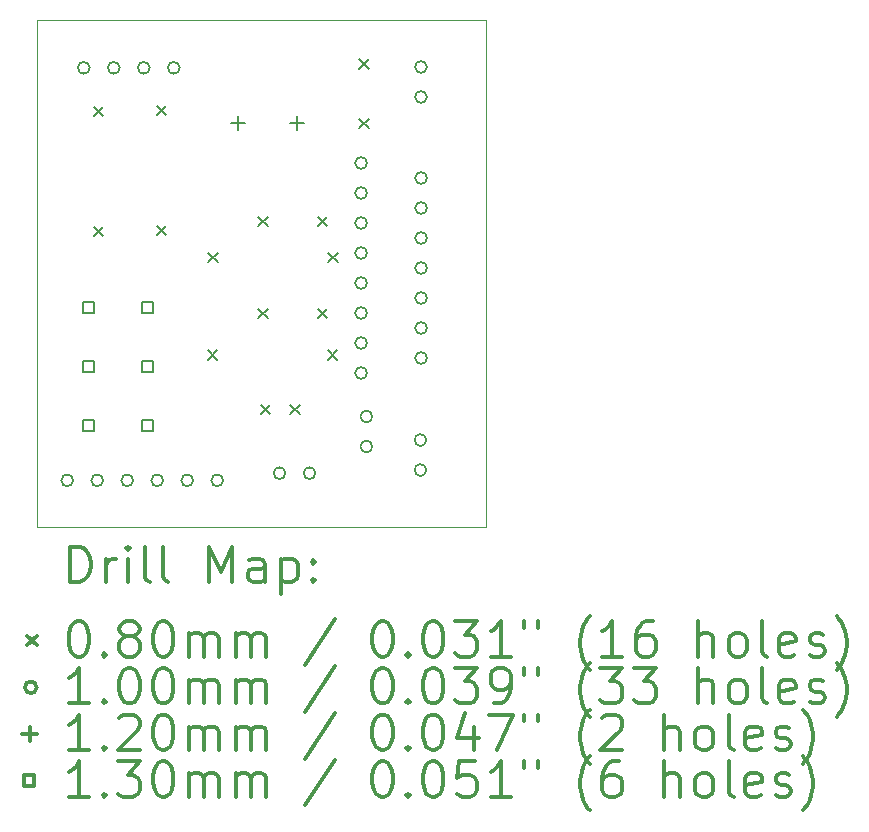
<source format=gbr>
%FSLAX45Y45*%
G04 Gerber Fmt 4.5, Leading zero omitted, Abs format (unit mm)*
G04 Created by KiCad (PCBNEW 5.1.4+dfsg1-1~bpo10+1) date 2020-12-25 00:52:30*
%MOMM*%
%LPD*%
G04 APERTURE LIST*
%ADD10C,0.100000*%
%ADD11C,0.200000*%
%ADD12C,0.300000*%
G04 APERTURE END LIST*
D10*
X14215000Y-12250000D02*
X14215000Y-7962000D01*
X18015000Y-12250000D02*
X14215000Y-12250000D01*
X18015000Y-7962000D02*
X18015000Y-12250000D01*
X14215000Y-7962000D02*
X18015000Y-7962000D01*
D11*
X15225000Y-8689000D02*
X15305000Y-8769000D01*
X15305000Y-8689000D02*
X15225000Y-8769000D01*
X15225000Y-9705000D02*
X15305000Y-9785000D01*
X15305000Y-9705000D02*
X15225000Y-9785000D01*
X16107000Y-11217000D02*
X16187000Y-11297000D01*
X16187000Y-11217000D02*
X16107000Y-11297000D01*
X16357000Y-11217000D02*
X16437000Y-11297000D01*
X16437000Y-11217000D02*
X16357000Y-11297000D01*
X14696000Y-8694000D02*
X14776000Y-8774000D01*
X14776000Y-8694000D02*
X14696000Y-8774000D01*
X14696000Y-9710000D02*
X14776000Y-9790000D01*
X14776000Y-9710000D02*
X14696000Y-9790000D01*
X15660000Y-10759000D02*
X15740000Y-10839000D01*
X15740000Y-10759000D02*
X15660000Y-10839000D01*
X16676000Y-10759000D02*
X16756000Y-10839000D01*
X16756000Y-10759000D02*
X16676000Y-10839000D01*
X16941000Y-8295000D02*
X17021000Y-8375000D01*
X17021000Y-8295000D02*
X16941000Y-8375000D01*
X16941000Y-8795000D02*
X17021000Y-8875000D01*
X17021000Y-8795000D02*
X16941000Y-8875000D01*
X16088000Y-9625000D02*
X16168000Y-9705000D01*
X16168000Y-9625000D02*
X16088000Y-9705000D01*
X16588000Y-9625000D02*
X16668000Y-9705000D01*
X16668000Y-9625000D02*
X16588000Y-9705000D01*
X16088000Y-10406000D02*
X16168000Y-10486000D01*
X16168000Y-10406000D02*
X16088000Y-10486000D01*
X16588000Y-10406000D02*
X16668000Y-10486000D01*
X16668000Y-10406000D02*
X16588000Y-10486000D01*
X15664000Y-9932000D02*
X15744000Y-10012000D01*
X15744000Y-9932000D02*
X15664000Y-10012000D01*
X16680000Y-9932000D02*
X16760000Y-10012000D01*
X16760000Y-9932000D02*
X16680000Y-10012000D01*
X17052000Y-11318000D02*
G75*
G03X17052000Y-11318000I-50000J0D01*
G01*
X17052000Y-11572000D02*
G75*
G03X17052000Y-11572000I-50000J0D01*
G01*
X17514000Y-8358000D02*
G75*
G03X17514000Y-8358000I-50000J0D01*
G01*
X17514000Y-8612000D02*
G75*
G03X17514000Y-8612000I-50000J0D01*
G01*
X14659000Y-8366000D02*
G75*
G03X14659000Y-8366000I-50000J0D01*
G01*
X14913000Y-8366000D02*
G75*
G03X14913000Y-8366000I-50000J0D01*
G01*
X15167000Y-8366000D02*
G75*
G03X15167000Y-8366000I-50000J0D01*
G01*
X15421000Y-8366000D02*
G75*
G03X15421000Y-8366000I-50000J0D01*
G01*
X16316000Y-11797000D02*
G75*
G03X16316000Y-11797000I-50000J0D01*
G01*
X16570000Y-11797000D02*
G75*
G03X16570000Y-11797000I-50000J0D01*
G01*
X17509000Y-11517000D02*
G75*
G03X17509000Y-11517000I-50000J0D01*
G01*
X17509000Y-11771000D02*
G75*
G03X17509000Y-11771000I-50000J0D01*
G01*
X14519000Y-11859000D02*
G75*
G03X14519000Y-11859000I-50000J0D01*
G01*
X14773000Y-11859000D02*
G75*
G03X14773000Y-11859000I-50000J0D01*
G01*
X15027000Y-11859000D02*
G75*
G03X15027000Y-11859000I-50000J0D01*
G01*
X15281000Y-11859000D02*
G75*
G03X15281000Y-11859000I-50000J0D01*
G01*
X15535000Y-11859000D02*
G75*
G03X15535000Y-11859000I-50000J0D01*
G01*
X15789000Y-11859000D02*
G75*
G03X15789000Y-11859000I-50000J0D01*
G01*
X17007000Y-9171000D02*
G75*
G03X17007000Y-9171000I-50000J0D01*
G01*
X17007000Y-9425000D02*
G75*
G03X17007000Y-9425000I-50000J0D01*
G01*
X17007000Y-9679000D02*
G75*
G03X17007000Y-9679000I-50000J0D01*
G01*
X17007000Y-9933000D02*
G75*
G03X17007000Y-9933000I-50000J0D01*
G01*
X17007000Y-10187000D02*
G75*
G03X17007000Y-10187000I-50000J0D01*
G01*
X17007000Y-10441000D02*
G75*
G03X17007000Y-10441000I-50000J0D01*
G01*
X17007000Y-10695000D02*
G75*
G03X17007000Y-10695000I-50000J0D01*
G01*
X17007000Y-10949000D02*
G75*
G03X17007000Y-10949000I-50000J0D01*
G01*
X17515000Y-9298000D02*
G75*
G03X17515000Y-9298000I-50000J0D01*
G01*
X17515000Y-9552000D02*
G75*
G03X17515000Y-9552000I-50000J0D01*
G01*
X17515000Y-9806000D02*
G75*
G03X17515000Y-9806000I-50000J0D01*
G01*
X17515000Y-10060000D02*
G75*
G03X17515000Y-10060000I-50000J0D01*
G01*
X17515000Y-10314000D02*
G75*
G03X17515000Y-10314000I-50000J0D01*
G01*
X17515000Y-10568000D02*
G75*
G03X17515000Y-10568000I-50000J0D01*
G01*
X17515000Y-10822000D02*
G75*
G03X17515000Y-10822000I-50000J0D01*
G01*
X15913000Y-8774000D02*
X15913000Y-8894000D01*
X15853000Y-8834000D02*
X15973000Y-8834000D01*
X16413000Y-8774000D02*
X16413000Y-8894000D01*
X16353000Y-8834000D02*
X16473000Y-8834000D01*
X14696962Y-10440962D02*
X14696962Y-10349038D01*
X14605038Y-10349038D01*
X14605038Y-10440962D01*
X14696962Y-10440962D01*
X14696962Y-10940962D02*
X14696962Y-10849038D01*
X14605038Y-10849038D01*
X14605038Y-10940962D01*
X14696962Y-10940962D01*
X14696962Y-11440962D02*
X14696962Y-11349038D01*
X14605038Y-11349038D01*
X14605038Y-11440962D01*
X14696962Y-11440962D01*
X15196962Y-10440962D02*
X15196962Y-10349038D01*
X15105038Y-10349038D01*
X15105038Y-10440962D01*
X15196962Y-10440962D01*
X15196962Y-10940962D02*
X15196962Y-10849038D01*
X15105038Y-10849038D01*
X15105038Y-10940962D01*
X15196962Y-10940962D01*
X15196962Y-11440962D02*
X15196962Y-11349038D01*
X15105038Y-11349038D01*
X15105038Y-11440962D01*
X15196962Y-11440962D01*
D12*
X14496428Y-12720714D02*
X14496428Y-12420714D01*
X14567857Y-12420714D01*
X14610714Y-12435000D01*
X14639286Y-12463571D01*
X14653571Y-12492143D01*
X14667857Y-12549286D01*
X14667857Y-12592143D01*
X14653571Y-12649286D01*
X14639286Y-12677857D01*
X14610714Y-12706429D01*
X14567857Y-12720714D01*
X14496428Y-12720714D01*
X14796428Y-12720714D02*
X14796428Y-12520714D01*
X14796428Y-12577857D02*
X14810714Y-12549286D01*
X14825000Y-12535000D01*
X14853571Y-12520714D01*
X14882143Y-12520714D01*
X14982143Y-12720714D02*
X14982143Y-12520714D01*
X14982143Y-12420714D02*
X14967857Y-12435000D01*
X14982143Y-12449286D01*
X14996428Y-12435000D01*
X14982143Y-12420714D01*
X14982143Y-12449286D01*
X15167857Y-12720714D02*
X15139286Y-12706429D01*
X15125000Y-12677857D01*
X15125000Y-12420714D01*
X15325000Y-12720714D02*
X15296428Y-12706429D01*
X15282143Y-12677857D01*
X15282143Y-12420714D01*
X15667857Y-12720714D02*
X15667857Y-12420714D01*
X15767857Y-12635000D01*
X15867857Y-12420714D01*
X15867857Y-12720714D01*
X16139286Y-12720714D02*
X16139286Y-12563571D01*
X16125000Y-12535000D01*
X16096428Y-12520714D01*
X16039286Y-12520714D01*
X16010714Y-12535000D01*
X16139286Y-12706429D02*
X16110714Y-12720714D01*
X16039286Y-12720714D01*
X16010714Y-12706429D01*
X15996428Y-12677857D01*
X15996428Y-12649286D01*
X16010714Y-12620714D01*
X16039286Y-12606429D01*
X16110714Y-12606429D01*
X16139286Y-12592143D01*
X16282143Y-12520714D02*
X16282143Y-12820714D01*
X16282143Y-12535000D02*
X16310714Y-12520714D01*
X16367857Y-12520714D01*
X16396428Y-12535000D01*
X16410714Y-12549286D01*
X16425000Y-12577857D01*
X16425000Y-12663571D01*
X16410714Y-12692143D01*
X16396428Y-12706429D01*
X16367857Y-12720714D01*
X16310714Y-12720714D01*
X16282143Y-12706429D01*
X16553571Y-12692143D02*
X16567857Y-12706429D01*
X16553571Y-12720714D01*
X16539286Y-12706429D01*
X16553571Y-12692143D01*
X16553571Y-12720714D01*
X16553571Y-12535000D02*
X16567857Y-12549286D01*
X16553571Y-12563571D01*
X16539286Y-12549286D01*
X16553571Y-12535000D01*
X16553571Y-12563571D01*
X14130000Y-13175000D02*
X14210000Y-13255000D01*
X14210000Y-13175000D02*
X14130000Y-13255000D01*
X14553571Y-13050714D02*
X14582143Y-13050714D01*
X14610714Y-13065000D01*
X14625000Y-13079286D01*
X14639286Y-13107857D01*
X14653571Y-13165000D01*
X14653571Y-13236429D01*
X14639286Y-13293571D01*
X14625000Y-13322143D01*
X14610714Y-13336429D01*
X14582143Y-13350714D01*
X14553571Y-13350714D01*
X14525000Y-13336429D01*
X14510714Y-13322143D01*
X14496428Y-13293571D01*
X14482143Y-13236429D01*
X14482143Y-13165000D01*
X14496428Y-13107857D01*
X14510714Y-13079286D01*
X14525000Y-13065000D01*
X14553571Y-13050714D01*
X14782143Y-13322143D02*
X14796428Y-13336429D01*
X14782143Y-13350714D01*
X14767857Y-13336429D01*
X14782143Y-13322143D01*
X14782143Y-13350714D01*
X14967857Y-13179286D02*
X14939286Y-13165000D01*
X14925000Y-13150714D01*
X14910714Y-13122143D01*
X14910714Y-13107857D01*
X14925000Y-13079286D01*
X14939286Y-13065000D01*
X14967857Y-13050714D01*
X15025000Y-13050714D01*
X15053571Y-13065000D01*
X15067857Y-13079286D01*
X15082143Y-13107857D01*
X15082143Y-13122143D01*
X15067857Y-13150714D01*
X15053571Y-13165000D01*
X15025000Y-13179286D01*
X14967857Y-13179286D01*
X14939286Y-13193571D01*
X14925000Y-13207857D01*
X14910714Y-13236429D01*
X14910714Y-13293571D01*
X14925000Y-13322143D01*
X14939286Y-13336429D01*
X14967857Y-13350714D01*
X15025000Y-13350714D01*
X15053571Y-13336429D01*
X15067857Y-13322143D01*
X15082143Y-13293571D01*
X15082143Y-13236429D01*
X15067857Y-13207857D01*
X15053571Y-13193571D01*
X15025000Y-13179286D01*
X15267857Y-13050714D02*
X15296428Y-13050714D01*
X15325000Y-13065000D01*
X15339286Y-13079286D01*
X15353571Y-13107857D01*
X15367857Y-13165000D01*
X15367857Y-13236429D01*
X15353571Y-13293571D01*
X15339286Y-13322143D01*
X15325000Y-13336429D01*
X15296428Y-13350714D01*
X15267857Y-13350714D01*
X15239286Y-13336429D01*
X15225000Y-13322143D01*
X15210714Y-13293571D01*
X15196428Y-13236429D01*
X15196428Y-13165000D01*
X15210714Y-13107857D01*
X15225000Y-13079286D01*
X15239286Y-13065000D01*
X15267857Y-13050714D01*
X15496428Y-13350714D02*
X15496428Y-13150714D01*
X15496428Y-13179286D02*
X15510714Y-13165000D01*
X15539286Y-13150714D01*
X15582143Y-13150714D01*
X15610714Y-13165000D01*
X15625000Y-13193571D01*
X15625000Y-13350714D01*
X15625000Y-13193571D02*
X15639286Y-13165000D01*
X15667857Y-13150714D01*
X15710714Y-13150714D01*
X15739286Y-13165000D01*
X15753571Y-13193571D01*
X15753571Y-13350714D01*
X15896428Y-13350714D02*
X15896428Y-13150714D01*
X15896428Y-13179286D02*
X15910714Y-13165000D01*
X15939286Y-13150714D01*
X15982143Y-13150714D01*
X16010714Y-13165000D01*
X16025000Y-13193571D01*
X16025000Y-13350714D01*
X16025000Y-13193571D02*
X16039286Y-13165000D01*
X16067857Y-13150714D01*
X16110714Y-13150714D01*
X16139286Y-13165000D01*
X16153571Y-13193571D01*
X16153571Y-13350714D01*
X16739286Y-13036429D02*
X16482143Y-13422143D01*
X17125000Y-13050714D02*
X17153571Y-13050714D01*
X17182143Y-13065000D01*
X17196428Y-13079286D01*
X17210714Y-13107857D01*
X17225000Y-13165000D01*
X17225000Y-13236429D01*
X17210714Y-13293571D01*
X17196428Y-13322143D01*
X17182143Y-13336429D01*
X17153571Y-13350714D01*
X17125000Y-13350714D01*
X17096428Y-13336429D01*
X17082143Y-13322143D01*
X17067857Y-13293571D01*
X17053571Y-13236429D01*
X17053571Y-13165000D01*
X17067857Y-13107857D01*
X17082143Y-13079286D01*
X17096428Y-13065000D01*
X17125000Y-13050714D01*
X17353571Y-13322143D02*
X17367857Y-13336429D01*
X17353571Y-13350714D01*
X17339286Y-13336429D01*
X17353571Y-13322143D01*
X17353571Y-13350714D01*
X17553571Y-13050714D02*
X17582143Y-13050714D01*
X17610714Y-13065000D01*
X17625000Y-13079286D01*
X17639286Y-13107857D01*
X17653571Y-13165000D01*
X17653571Y-13236429D01*
X17639286Y-13293571D01*
X17625000Y-13322143D01*
X17610714Y-13336429D01*
X17582143Y-13350714D01*
X17553571Y-13350714D01*
X17525000Y-13336429D01*
X17510714Y-13322143D01*
X17496428Y-13293571D01*
X17482143Y-13236429D01*
X17482143Y-13165000D01*
X17496428Y-13107857D01*
X17510714Y-13079286D01*
X17525000Y-13065000D01*
X17553571Y-13050714D01*
X17753571Y-13050714D02*
X17939286Y-13050714D01*
X17839286Y-13165000D01*
X17882143Y-13165000D01*
X17910714Y-13179286D01*
X17925000Y-13193571D01*
X17939286Y-13222143D01*
X17939286Y-13293571D01*
X17925000Y-13322143D01*
X17910714Y-13336429D01*
X17882143Y-13350714D01*
X17796428Y-13350714D01*
X17767857Y-13336429D01*
X17753571Y-13322143D01*
X18225000Y-13350714D02*
X18053571Y-13350714D01*
X18139286Y-13350714D02*
X18139286Y-13050714D01*
X18110714Y-13093571D01*
X18082143Y-13122143D01*
X18053571Y-13136429D01*
X18339286Y-13050714D02*
X18339286Y-13107857D01*
X18453571Y-13050714D02*
X18453571Y-13107857D01*
X18896428Y-13465000D02*
X18882143Y-13450714D01*
X18853571Y-13407857D01*
X18839286Y-13379286D01*
X18825000Y-13336429D01*
X18810714Y-13265000D01*
X18810714Y-13207857D01*
X18825000Y-13136429D01*
X18839286Y-13093571D01*
X18853571Y-13065000D01*
X18882143Y-13022143D01*
X18896428Y-13007857D01*
X19167857Y-13350714D02*
X18996428Y-13350714D01*
X19082143Y-13350714D02*
X19082143Y-13050714D01*
X19053571Y-13093571D01*
X19025000Y-13122143D01*
X18996428Y-13136429D01*
X19425000Y-13050714D02*
X19367857Y-13050714D01*
X19339286Y-13065000D01*
X19325000Y-13079286D01*
X19296428Y-13122143D01*
X19282143Y-13179286D01*
X19282143Y-13293571D01*
X19296428Y-13322143D01*
X19310714Y-13336429D01*
X19339286Y-13350714D01*
X19396428Y-13350714D01*
X19425000Y-13336429D01*
X19439286Y-13322143D01*
X19453571Y-13293571D01*
X19453571Y-13222143D01*
X19439286Y-13193571D01*
X19425000Y-13179286D01*
X19396428Y-13165000D01*
X19339286Y-13165000D01*
X19310714Y-13179286D01*
X19296428Y-13193571D01*
X19282143Y-13222143D01*
X19810714Y-13350714D02*
X19810714Y-13050714D01*
X19939286Y-13350714D02*
X19939286Y-13193571D01*
X19925000Y-13165000D01*
X19896428Y-13150714D01*
X19853571Y-13150714D01*
X19825000Y-13165000D01*
X19810714Y-13179286D01*
X20125000Y-13350714D02*
X20096428Y-13336429D01*
X20082143Y-13322143D01*
X20067857Y-13293571D01*
X20067857Y-13207857D01*
X20082143Y-13179286D01*
X20096428Y-13165000D01*
X20125000Y-13150714D01*
X20167857Y-13150714D01*
X20196428Y-13165000D01*
X20210714Y-13179286D01*
X20225000Y-13207857D01*
X20225000Y-13293571D01*
X20210714Y-13322143D01*
X20196428Y-13336429D01*
X20167857Y-13350714D01*
X20125000Y-13350714D01*
X20396428Y-13350714D02*
X20367857Y-13336429D01*
X20353571Y-13307857D01*
X20353571Y-13050714D01*
X20625000Y-13336429D02*
X20596428Y-13350714D01*
X20539286Y-13350714D01*
X20510714Y-13336429D01*
X20496428Y-13307857D01*
X20496428Y-13193571D01*
X20510714Y-13165000D01*
X20539286Y-13150714D01*
X20596428Y-13150714D01*
X20625000Y-13165000D01*
X20639286Y-13193571D01*
X20639286Y-13222143D01*
X20496428Y-13250714D01*
X20753571Y-13336429D02*
X20782143Y-13350714D01*
X20839286Y-13350714D01*
X20867857Y-13336429D01*
X20882143Y-13307857D01*
X20882143Y-13293571D01*
X20867857Y-13265000D01*
X20839286Y-13250714D01*
X20796428Y-13250714D01*
X20767857Y-13236429D01*
X20753571Y-13207857D01*
X20753571Y-13193571D01*
X20767857Y-13165000D01*
X20796428Y-13150714D01*
X20839286Y-13150714D01*
X20867857Y-13165000D01*
X20982143Y-13465000D02*
X20996428Y-13450714D01*
X21025000Y-13407857D01*
X21039286Y-13379286D01*
X21053571Y-13336429D01*
X21067857Y-13265000D01*
X21067857Y-13207857D01*
X21053571Y-13136429D01*
X21039286Y-13093571D01*
X21025000Y-13065000D01*
X20996428Y-13022143D01*
X20982143Y-13007857D01*
X14210000Y-13611000D02*
G75*
G03X14210000Y-13611000I-50000J0D01*
G01*
X14653571Y-13746714D02*
X14482143Y-13746714D01*
X14567857Y-13746714D02*
X14567857Y-13446714D01*
X14539286Y-13489571D01*
X14510714Y-13518143D01*
X14482143Y-13532429D01*
X14782143Y-13718143D02*
X14796428Y-13732429D01*
X14782143Y-13746714D01*
X14767857Y-13732429D01*
X14782143Y-13718143D01*
X14782143Y-13746714D01*
X14982143Y-13446714D02*
X15010714Y-13446714D01*
X15039286Y-13461000D01*
X15053571Y-13475286D01*
X15067857Y-13503857D01*
X15082143Y-13561000D01*
X15082143Y-13632429D01*
X15067857Y-13689571D01*
X15053571Y-13718143D01*
X15039286Y-13732429D01*
X15010714Y-13746714D01*
X14982143Y-13746714D01*
X14953571Y-13732429D01*
X14939286Y-13718143D01*
X14925000Y-13689571D01*
X14910714Y-13632429D01*
X14910714Y-13561000D01*
X14925000Y-13503857D01*
X14939286Y-13475286D01*
X14953571Y-13461000D01*
X14982143Y-13446714D01*
X15267857Y-13446714D02*
X15296428Y-13446714D01*
X15325000Y-13461000D01*
X15339286Y-13475286D01*
X15353571Y-13503857D01*
X15367857Y-13561000D01*
X15367857Y-13632429D01*
X15353571Y-13689571D01*
X15339286Y-13718143D01*
X15325000Y-13732429D01*
X15296428Y-13746714D01*
X15267857Y-13746714D01*
X15239286Y-13732429D01*
X15225000Y-13718143D01*
X15210714Y-13689571D01*
X15196428Y-13632429D01*
X15196428Y-13561000D01*
X15210714Y-13503857D01*
X15225000Y-13475286D01*
X15239286Y-13461000D01*
X15267857Y-13446714D01*
X15496428Y-13746714D02*
X15496428Y-13546714D01*
X15496428Y-13575286D02*
X15510714Y-13561000D01*
X15539286Y-13546714D01*
X15582143Y-13546714D01*
X15610714Y-13561000D01*
X15625000Y-13589571D01*
X15625000Y-13746714D01*
X15625000Y-13589571D02*
X15639286Y-13561000D01*
X15667857Y-13546714D01*
X15710714Y-13546714D01*
X15739286Y-13561000D01*
X15753571Y-13589571D01*
X15753571Y-13746714D01*
X15896428Y-13746714D02*
X15896428Y-13546714D01*
X15896428Y-13575286D02*
X15910714Y-13561000D01*
X15939286Y-13546714D01*
X15982143Y-13546714D01*
X16010714Y-13561000D01*
X16025000Y-13589571D01*
X16025000Y-13746714D01*
X16025000Y-13589571D02*
X16039286Y-13561000D01*
X16067857Y-13546714D01*
X16110714Y-13546714D01*
X16139286Y-13561000D01*
X16153571Y-13589571D01*
X16153571Y-13746714D01*
X16739286Y-13432429D02*
X16482143Y-13818143D01*
X17125000Y-13446714D02*
X17153571Y-13446714D01*
X17182143Y-13461000D01*
X17196428Y-13475286D01*
X17210714Y-13503857D01*
X17225000Y-13561000D01*
X17225000Y-13632429D01*
X17210714Y-13689571D01*
X17196428Y-13718143D01*
X17182143Y-13732429D01*
X17153571Y-13746714D01*
X17125000Y-13746714D01*
X17096428Y-13732429D01*
X17082143Y-13718143D01*
X17067857Y-13689571D01*
X17053571Y-13632429D01*
X17053571Y-13561000D01*
X17067857Y-13503857D01*
X17082143Y-13475286D01*
X17096428Y-13461000D01*
X17125000Y-13446714D01*
X17353571Y-13718143D02*
X17367857Y-13732429D01*
X17353571Y-13746714D01*
X17339286Y-13732429D01*
X17353571Y-13718143D01*
X17353571Y-13746714D01*
X17553571Y-13446714D02*
X17582143Y-13446714D01*
X17610714Y-13461000D01*
X17625000Y-13475286D01*
X17639286Y-13503857D01*
X17653571Y-13561000D01*
X17653571Y-13632429D01*
X17639286Y-13689571D01*
X17625000Y-13718143D01*
X17610714Y-13732429D01*
X17582143Y-13746714D01*
X17553571Y-13746714D01*
X17525000Y-13732429D01*
X17510714Y-13718143D01*
X17496428Y-13689571D01*
X17482143Y-13632429D01*
X17482143Y-13561000D01*
X17496428Y-13503857D01*
X17510714Y-13475286D01*
X17525000Y-13461000D01*
X17553571Y-13446714D01*
X17753571Y-13446714D02*
X17939286Y-13446714D01*
X17839286Y-13561000D01*
X17882143Y-13561000D01*
X17910714Y-13575286D01*
X17925000Y-13589571D01*
X17939286Y-13618143D01*
X17939286Y-13689571D01*
X17925000Y-13718143D01*
X17910714Y-13732429D01*
X17882143Y-13746714D01*
X17796428Y-13746714D01*
X17767857Y-13732429D01*
X17753571Y-13718143D01*
X18082143Y-13746714D02*
X18139286Y-13746714D01*
X18167857Y-13732429D01*
X18182143Y-13718143D01*
X18210714Y-13675286D01*
X18225000Y-13618143D01*
X18225000Y-13503857D01*
X18210714Y-13475286D01*
X18196428Y-13461000D01*
X18167857Y-13446714D01*
X18110714Y-13446714D01*
X18082143Y-13461000D01*
X18067857Y-13475286D01*
X18053571Y-13503857D01*
X18053571Y-13575286D01*
X18067857Y-13603857D01*
X18082143Y-13618143D01*
X18110714Y-13632429D01*
X18167857Y-13632429D01*
X18196428Y-13618143D01*
X18210714Y-13603857D01*
X18225000Y-13575286D01*
X18339286Y-13446714D02*
X18339286Y-13503857D01*
X18453571Y-13446714D02*
X18453571Y-13503857D01*
X18896428Y-13861000D02*
X18882143Y-13846714D01*
X18853571Y-13803857D01*
X18839286Y-13775286D01*
X18825000Y-13732429D01*
X18810714Y-13661000D01*
X18810714Y-13603857D01*
X18825000Y-13532429D01*
X18839286Y-13489571D01*
X18853571Y-13461000D01*
X18882143Y-13418143D01*
X18896428Y-13403857D01*
X18982143Y-13446714D02*
X19167857Y-13446714D01*
X19067857Y-13561000D01*
X19110714Y-13561000D01*
X19139286Y-13575286D01*
X19153571Y-13589571D01*
X19167857Y-13618143D01*
X19167857Y-13689571D01*
X19153571Y-13718143D01*
X19139286Y-13732429D01*
X19110714Y-13746714D01*
X19025000Y-13746714D01*
X18996428Y-13732429D01*
X18982143Y-13718143D01*
X19267857Y-13446714D02*
X19453571Y-13446714D01*
X19353571Y-13561000D01*
X19396428Y-13561000D01*
X19425000Y-13575286D01*
X19439286Y-13589571D01*
X19453571Y-13618143D01*
X19453571Y-13689571D01*
X19439286Y-13718143D01*
X19425000Y-13732429D01*
X19396428Y-13746714D01*
X19310714Y-13746714D01*
X19282143Y-13732429D01*
X19267857Y-13718143D01*
X19810714Y-13746714D02*
X19810714Y-13446714D01*
X19939286Y-13746714D02*
X19939286Y-13589571D01*
X19925000Y-13561000D01*
X19896428Y-13546714D01*
X19853571Y-13546714D01*
X19825000Y-13561000D01*
X19810714Y-13575286D01*
X20125000Y-13746714D02*
X20096428Y-13732429D01*
X20082143Y-13718143D01*
X20067857Y-13689571D01*
X20067857Y-13603857D01*
X20082143Y-13575286D01*
X20096428Y-13561000D01*
X20125000Y-13546714D01*
X20167857Y-13546714D01*
X20196428Y-13561000D01*
X20210714Y-13575286D01*
X20225000Y-13603857D01*
X20225000Y-13689571D01*
X20210714Y-13718143D01*
X20196428Y-13732429D01*
X20167857Y-13746714D01*
X20125000Y-13746714D01*
X20396428Y-13746714D02*
X20367857Y-13732429D01*
X20353571Y-13703857D01*
X20353571Y-13446714D01*
X20625000Y-13732429D02*
X20596428Y-13746714D01*
X20539286Y-13746714D01*
X20510714Y-13732429D01*
X20496428Y-13703857D01*
X20496428Y-13589571D01*
X20510714Y-13561000D01*
X20539286Y-13546714D01*
X20596428Y-13546714D01*
X20625000Y-13561000D01*
X20639286Y-13589571D01*
X20639286Y-13618143D01*
X20496428Y-13646714D01*
X20753571Y-13732429D02*
X20782143Y-13746714D01*
X20839286Y-13746714D01*
X20867857Y-13732429D01*
X20882143Y-13703857D01*
X20882143Y-13689571D01*
X20867857Y-13661000D01*
X20839286Y-13646714D01*
X20796428Y-13646714D01*
X20767857Y-13632429D01*
X20753571Y-13603857D01*
X20753571Y-13589571D01*
X20767857Y-13561000D01*
X20796428Y-13546714D01*
X20839286Y-13546714D01*
X20867857Y-13561000D01*
X20982143Y-13861000D02*
X20996428Y-13846714D01*
X21025000Y-13803857D01*
X21039286Y-13775286D01*
X21053571Y-13732429D01*
X21067857Y-13661000D01*
X21067857Y-13603857D01*
X21053571Y-13532429D01*
X21039286Y-13489571D01*
X21025000Y-13461000D01*
X20996428Y-13418143D01*
X20982143Y-13403857D01*
X14150000Y-13947000D02*
X14150000Y-14067000D01*
X14090000Y-14007000D02*
X14210000Y-14007000D01*
X14653571Y-14142714D02*
X14482143Y-14142714D01*
X14567857Y-14142714D02*
X14567857Y-13842714D01*
X14539286Y-13885571D01*
X14510714Y-13914143D01*
X14482143Y-13928429D01*
X14782143Y-14114143D02*
X14796428Y-14128429D01*
X14782143Y-14142714D01*
X14767857Y-14128429D01*
X14782143Y-14114143D01*
X14782143Y-14142714D01*
X14910714Y-13871286D02*
X14925000Y-13857000D01*
X14953571Y-13842714D01*
X15025000Y-13842714D01*
X15053571Y-13857000D01*
X15067857Y-13871286D01*
X15082143Y-13899857D01*
X15082143Y-13928429D01*
X15067857Y-13971286D01*
X14896428Y-14142714D01*
X15082143Y-14142714D01*
X15267857Y-13842714D02*
X15296428Y-13842714D01*
X15325000Y-13857000D01*
X15339286Y-13871286D01*
X15353571Y-13899857D01*
X15367857Y-13957000D01*
X15367857Y-14028429D01*
X15353571Y-14085571D01*
X15339286Y-14114143D01*
X15325000Y-14128429D01*
X15296428Y-14142714D01*
X15267857Y-14142714D01*
X15239286Y-14128429D01*
X15225000Y-14114143D01*
X15210714Y-14085571D01*
X15196428Y-14028429D01*
X15196428Y-13957000D01*
X15210714Y-13899857D01*
X15225000Y-13871286D01*
X15239286Y-13857000D01*
X15267857Y-13842714D01*
X15496428Y-14142714D02*
X15496428Y-13942714D01*
X15496428Y-13971286D02*
X15510714Y-13957000D01*
X15539286Y-13942714D01*
X15582143Y-13942714D01*
X15610714Y-13957000D01*
X15625000Y-13985571D01*
X15625000Y-14142714D01*
X15625000Y-13985571D02*
X15639286Y-13957000D01*
X15667857Y-13942714D01*
X15710714Y-13942714D01*
X15739286Y-13957000D01*
X15753571Y-13985571D01*
X15753571Y-14142714D01*
X15896428Y-14142714D02*
X15896428Y-13942714D01*
X15896428Y-13971286D02*
X15910714Y-13957000D01*
X15939286Y-13942714D01*
X15982143Y-13942714D01*
X16010714Y-13957000D01*
X16025000Y-13985571D01*
X16025000Y-14142714D01*
X16025000Y-13985571D02*
X16039286Y-13957000D01*
X16067857Y-13942714D01*
X16110714Y-13942714D01*
X16139286Y-13957000D01*
X16153571Y-13985571D01*
X16153571Y-14142714D01*
X16739286Y-13828429D02*
X16482143Y-14214143D01*
X17125000Y-13842714D02*
X17153571Y-13842714D01*
X17182143Y-13857000D01*
X17196428Y-13871286D01*
X17210714Y-13899857D01*
X17225000Y-13957000D01*
X17225000Y-14028429D01*
X17210714Y-14085571D01*
X17196428Y-14114143D01*
X17182143Y-14128429D01*
X17153571Y-14142714D01*
X17125000Y-14142714D01*
X17096428Y-14128429D01*
X17082143Y-14114143D01*
X17067857Y-14085571D01*
X17053571Y-14028429D01*
X17053571Y-13957000D01*
X17067857Y-13899857D01*
X17082143Y-13871286D01*
X17096428Y-13857000D01*
X17125000Y-13842714D01*
X17353571Y-14114143D02*
X17367857Y-14128429D01*
X17353571Y-14142714D01*
X17339286Y-14128429D01*
X17353571Y-14114143D01*
X17353571Y-14142714D01*
X17553571Y-13842714D02*
X17582143Y-13842714D01*
X17610714Y-13857000D01*
X17625000Y-13871286D01*
X17639286Y-13899857D01*
X17653571Y-13957000D01*
X17653571Y-14028429D01*
X17639286Y-14085571D01*
X17625000Y-14114143D01*
X17610714Y-14128429D01*
X17582143Y-14142714D01*
X17553571Y-14142714D01*
X17525000Y-14128429D01*
X17510714Y-14114143D01*
X17496428Y-14085571D01*
X17482143Y-14028429D01*
X17482143Y-13957000D01*
X17496428Y-13899857D01*
X17510714Y-13871286D01*
X17525000Y-13857000D01*
X17553571Y-13842714D01*
X17910714Y-13942714D02*
X17910714Y-14142714D01*
X17839286Y-13828429D02*
X17767857Y-14042714D01*
X17953571Y-14042714D01*
X18039286Y-13842714D02*
X18239286Y-13842714D01*
X18110714Y-14142714D01*
X18339286Y-13842714D02*
X18339286Y-13899857D01*
X18453571Y-13842714D02*
X18453571Y-13899857D01*
X18896428Y-14257000D02*
X18882143Y-14242714D01*
X18853571Y-14199857D01*
X18839286Y-14171286D01*
X18825000Y-14128429D01*
X18810714Y-14057000D01*
X18810714Y-13999857D01*
X18825000Y-13928429D01*
X18839286Y-13885571D01*
X18853571Y-13857000D01*
X18882143Y-13814143D01*
X18896428Y-13799857D01*
X18996428Y-13871286D02*
X19010714Y-13857000D01*
X19039286Y-13842714D01*
X19110714Y-13842714D01*
X19139286Y-13857000D01*
X19153571Y-13871286D01*
X19167857Y-13899857D01*
X19167857Y-13928429D01*
X19153571Y-13971286D01*
X18982143Y-14142714D01*
X19167857Y-14142714D01*
X19525000Y-14142714D02*
X19525000Y-13842714D01*
X19653571Y-14142714D02*
X19653571Y-13985571D01*
X19639286Y-13957000D01*
X19610714Y-13942714D01*
X19567857Y-13942714D01*
X19539286Y-13957000D01*
X19525000Y-13971286D01*
X19839286Y-14142714D02*
X19810714Y-14128429D01*
X19796428Y-14114143D01*
X19782143Y-14085571D01*
X19782143Y-13999857D01*
X19796428Y-13971286D01*
X19810714Y-13957000D01*
X19839286Y-13942714D01*
X19882143Y-13942714D01*
X19910714Y-13957000D01*
X19925000Y-13971286D01*
X19939286Y-13999857D01*
X19939286Y-14085571D01*
X19925000Y-14114143D01*
X19910714Y-14128429D01*
X19882143Y-14142714D01*
X19839286Y-14142714D01*
X20110714Y-14142714D02*
X20082143Y-14128429D01*
X20067857Y-14099857D01*
X20067857Y-13842714D01*
X20339286Y-14128429D02*
X20310714Y-14142714D01*
X20253571Y-14142714D01*
X20225000Y-14128429D01*
X20210714Y-14099857D01*
X20210714Y-13985571D01*
X20225000Y-13957000D01*
X20253571Y-13942714D01*
X20310714Y-13942714D01*
X20339286Y-13957000D01*
X20353571Y-13985571D01*
X20353571Y-14014143D01*
X20210714Y-14042714D01*
X20467857Y-14128429D02*
X20496428Y-14142714D01*
X20553571Y-14142714D01*
X20582143Y-14128429D01*
X20596428Y-14099857D01*
X20596428Y-14085571D01*
X20582143Y-14057000D01*
X20553571Y-14042714D01*
X20510714Y-14042714D01*
X20482143Y-14028429D01*
X20467857Y-13999857D01*
X20467857Y-13985571D01*
X20482143Y-13957000D01*
X20510714Y-13942714D01*
X20553571Y-13942714D01*
X20582143Y-13957000D01*
X20696428Y-14257000D02*
X20710714Y-14242714D01*
X20739286Y-14199857D01*
X20753571Y-14171286D01*
X20767857Y-14128429D01*
X20782143Y-14057000D01*
X20782143Y-13999857D01*
X20767857Y-13928429D01*
X20753571Y-13885571D01*
X20739286Y-13857000D01*
X20710714Y-13814143D01*
X20696428Y-13799857D01*
X14190962Y-14448962D02*
X14190962Y-14357038D01*
X14099037Y-14357038D01*
X14099037Y-14448962D01*
X14190962Y-14448962D01*
X14653571Y-14538714D02*
X14482143Y-14538714D01*
X14567857Y-14538714D02*
X14567857Y-14238714D01*
X14539286Y-14281571D01*
X14510714Y-14310143D01*
X14482143Y-14324429D01*
X14782143Y-14510143D02*
X14796428Y-14524429D01*
X14782143Y-14538714D01*
X14767857Y-14524429D01*
X14782143Y-14510143D01*
X14782143Y-14538714D01*
X14896428Y-14238714D02*
X15082143Y-14238714D01*
X14982143Y-14353000D01*
X15025000Y-14353000D01*
X15053571Y-14367286D01*
X15067857Y-14381571D01*
X15082143Y-14410143D01*
X15082143Y-14481571D01*
X15067857Y-14510143D01*
X15053571Y-14524429D01*
X15025000Y-14538714D01*
X14939286Y-14538714D01*
X14910714Y-14524429D01*
X14896428Y-14510143D01*
X15267857Y-14238714D02*
X15296428Y-14238714D01*
X15325000Y-14253000D01*
X15339286Y-14267286D01*
X15353571Y-14295857D01*
X15367857Y-14353000D01*
X15367857Y-14424429D01*
X15353571Y-14481571D01*
X15339286Y-14510143D01*
X15325000Y-14524429D01*
X15296428Y-14538714D01*
X15267857Y-14538714D01*
X15239286Y-14524429D01*
X15225000Y-14510143D01*
X15210714Y-14481571D01*
X15196428Y-14424429D01*
X15196428Y-14353000D01*
X15210714Y-14295857D01*
X15225000Y-14267286D01*
X15239286Y-14253000D01*
X15267857Y-14238714D01*
X15496428Y-14538714D02*
X15496428Y-14338714D01*
X15496428Y-14367286D02*
X15510714Y-14353000D01*
X15539286Y-14338714D01*
X15582143Y-14338714D01*
X15610714Y-14353000D01*
X15625000Y-14381571D01*
X15625000Y-14538714D01*
X15625000Y-14381571D02*
X15639286Y-14353000D01*
X15667857Y-14338714D01*
X15710714Y-14338714D01*
X15739286Y-14353000D01*
X15753571Y-14381571D01*
X15753571Y-14538714D01*
X15896428Y-14538714D02*
X15896428Y-14338714D01*
X15896428Y-14367286D02*
X15910714Y-14353000D01*
X15939286Y-14338714D01*
X15982143Y-14338714D01*
X16010714Y-14353000D01*
X16025000Y-14381571D01*
X16025000Y-14538714D01*
X16025000Y-14381571D02*
X16039286Y-14353000D01*
X16067857Y-14338714D01*
X16110714Y-14338714D01*
X16139286Y-14353000D01*
X16153571Y-14381571D01*
X16153571Y-14538714D01*
X16739286Y-14224429D02*
X16482143Y-14610143D01*
X17125000Y-14238714D02*
X17153571Y-14238714D01*
X17182143Y-14253000D01*
X17196428Y-14267286D01*
X17210714Y-14295857D01*
X17225000Y-14353000D01*
X17225000Y-14424429D01*
X17210714Y-14481571D01*
X17196428Y-14510143D01*
X17182143Y-14524429D01*
X17153571Y-14538714D01*
X17125000Y-14538714D01*
X17096428Y-14524429D01*
X17082143Y-14510143D01*
X17067857Y-14481571D01*
X17053571Y-14424429D01*
X17053571Y-14353000D01*
X17067857Y-14295857D01*
X17082143Y-14267286D01*
X17096428Y-14253000D01*
X17125000Y-14238714D01*
X17353571Y-14510143D02*
X17367857Y-14524429D01*
X17353571Y-14538714D01*
X17339286Y-14524429D01*
X17353571Y-14510143D01*
X17353571Y-14538714D01*
X17553571Y-14238714D02*
X17582143Y-14238714D01*
X17610714Y-14253000D01*
X17625000Y-14267286D01*
X17639286Y-14295857D01*
X17653571Y-14353000D01*
X17653571Y-14424429D01*
X17639286Y-14481571D01*
X17625000Y-14510143D01*
X17610714Y-14524429D01*
X17582143Y-14538714D01*
X17553571Y-14538714D01*
X17525000Y-14524429D01*
X17510714Y-14510143D01*
X17496428Y-14481571D01*
X17482143Y-14424429D01*
X17482143Y-14353000D01*
X17496428Y-14295857D01*
X17510714Y-14267286D01*
X17525000Y-14253000D01*
X17553571Y-14238714D01*
X17925000Y-14238714D02*
X17782143Y-14238714D01*
X17767857Y-14381571D01*
X17782143Y-14367286D01*
X17810714Y-14353000D01*
X17882143Y-14353000D01*
X17910714Y-14367286D01*
X17925000Y-14381571D01*
X17939286Y-14410143D01*
X17939286Y-14481571D01*
X17925000Y-14510143D01*
X17910714Y-14524429D01*
X17882143Y-14538714D01*
X17810714Y-14538714D01*
X17782143Y-14524429D01*
X17767857Y-14510143D01*
X18225000Y-14538714D02*
X18053571Y-14538714D01*
X18139286Y-14538714D02*
X18139286Y-14238714D01*
X18110714Y-14281571D01*
X18082143Y-14310143D01*
X18053571Y-14324429D01*
X18339286Y-14238714D02*
X18339286Y-14295857D01*
X18453571Y-14238714D02*
X18453571Y-14295857D01*
X18896428Y-14653000D02*
X18882143Y-14638714D01*
X18853571Y-14595857D01*
X18839286Y-14567286D01*
X18825000Y-14524429D01*
X18810714Y-14453000D01*
X18810714Y-14395857D01*
X18825000Y-14324429D01*
X18839286Y-14281571D01*
X18853571Y-14253000D01*
X18882143Y-14210143D01*
X18896428Y-14195857D01*
X19139286Y-14238714D02*
X19082143Y-14238714D01*
X19053571Y-14253000D01*
X19039286Y-14267286D01*
X19010714Y-14310143D01*
X18996428Y-14367286D01*
X18996428Y-14481571D01*
X19010714Y-14510143D01*
X19025000Y-14524429D01*
X19053571Y-14538714D01*
X19110714Y-14538714D01*
X19139286Y-14524429D01*
X19153571Y-14510143D01*
X19167857Y-14481571D01*
X19167857Y-14410143D01*
X19153571Y-14381571D01*
X19139286Y-14367286D01*
X19110714Y-14353000D01*
X19053571Y-14353000D01*
X19025000Y-14367286D01*
X19010714Y-14381571D01*
X18996428Y-14410143D01*
X19525000Y-14538714D02*
X19525000Y-14238714D01*
X19653571Y-14538714D02*
X19653571Y-14381571D01*
X19639286Y-14353000D01*
X19610714Y-14338714D01*
X19567857Y-14338714D01*
X19539286Y-14353000D01*
X19525000Y-14367286D01*
X19839286Y-14538714D02*
X19810714Y-14524429D01*
X19796428Y-14510143D01*
X19782143Y-14481571D01*
X19782143Y-14395857D01*
X19796428Y-14367286D01*
X19810714Y-14353000D01*
X19839286Y-14338714D01*
X19882143Y-14338714D01*
X19910714Y-14353000D01*
X19925000Y-14367286D01*
X19939286Y-14395857D01*
X19939286Y-14481571D01*
X19925000Y-14510143D01*
X19910714Y-14524429D01*
X19882143Y-14538714D01*
X19839286Y-14538714D01*
X20110714Y-14538714D02*
X20082143Y-14524429D01*
X20067857Y-14495857D01*
X20067857Y-14238714D01*
X20339286Y-14524429D02*
X20310714Y-14538714D01*
X20253571Y-14538714D01*
X20225000Y-14524429D01*
X20210714Y-14495857D01*
X20210714Y-14381571D01*
X20225000Y-14353000D01*
X20253571Y-14338714D01*
X20310714Y-14338714D01*
X20339286Y-14353000D01*
X20353571Y-14381571D01*
X20353571Y-14410143D01*
X20210714Y-14438714D01*
X20467857Y-14524429D02*
X20496428Y-14538714D01*
X20553571Y-14538714D01*
X20582143Y-14524429D01*
X20596428Y-14495857D01*
X20596428Y-14481571D01*
X20582143Y-14453000D01*
X20553571Y-14438714D01*
X20510714Y-14438714D01*
X20482143Y-14424429D01*
X20467857Y-14395857D01*
X20467857Y-14381571D01*
X20482143Y-14353000D01*
X20510714Y-14338714D01*
X20553571Y-14338714D01*
X20582143Y-14353000D01*
X20696428Y-14653000D02*
X20710714Y-14638714D01*
X20739286Y-14595857D01*
X20753571Y-14567286D01*
X20767857Y-14524429D01*
X20782143Y-14453000D01*
X20782143Y-14395857D01*
X20767857Y-14324429D01*
X20753571Y-14281571D01*
X20739286Y-14253000D01*
X20710714Y-14210143D01*
X20696428Y-14195857D01*
M02*

</source>
